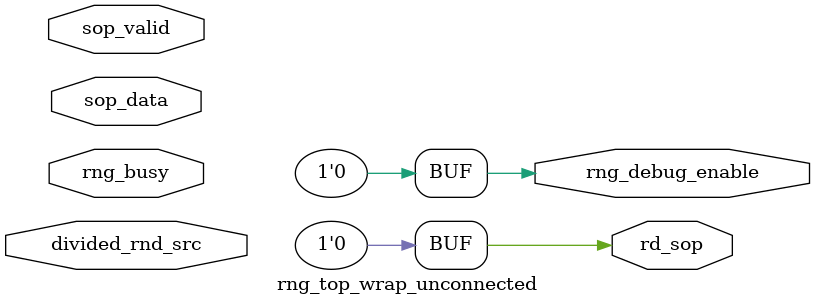
<source format=v>
module rng_top_wrap_unconnected( 
                               sop_data   ,
                               sop_valid  ,
                                 divided_rnd_src,
                                 rng_busy,
                                 rng_debug_enable,
                               rd_sop    
                               );
`include "cc_params.inc"    
   input [127:0] sop_data;
   input       sop_valid;
   input         divided_rnd_src;
   input         rng_busy ;
   output     rd_sop;
   output        rng_debug_enable    ;
   wire rd_sop;
   wire rng_debug_enable ;
   assign rd_sop           = 1'b0;
   assign rng_debug_enable = 1'b0;
endmodule

</source>
